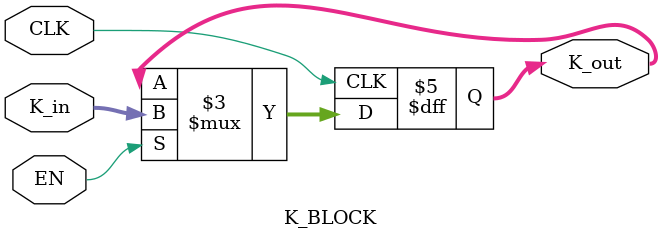
<source format=v>

module K_BLOCK(
    input CLK,
    input [15:0] K_in,
    output reg [15:0] K_out,
	 input EN
);

always @(posedge CLK)begin
if(EN)
    K_out <= K_in;
else
	K_out <= K_out;
end
endmodule
</source>
